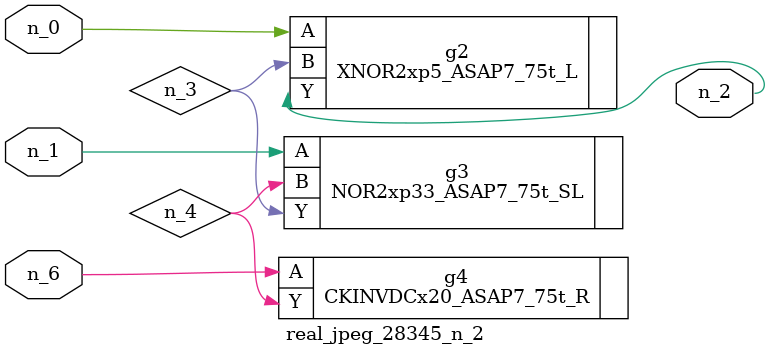
<source format=v>
module real_jpeg_28345_n_2 (n_6, n_1, n_0, n_2);

input n_6;
input n_1;
input n_0;

output n_2;

wire n_4;
wire n_3;

XNOR2xp5_ASAP7_75t_L g2 ( 
.A(n_0),
.B(n_3),
.Y(n_2)
);

NOR2xp33_ASAP7_75t_SL g3 ( 
.A(n_1),
.B(n_4),
.Y(n_3)
);

CKINVDCx20_ASAP7_75t_R g4 ( 
.A(n_6),
.Y(n_4)
);


endmodule
</source>
